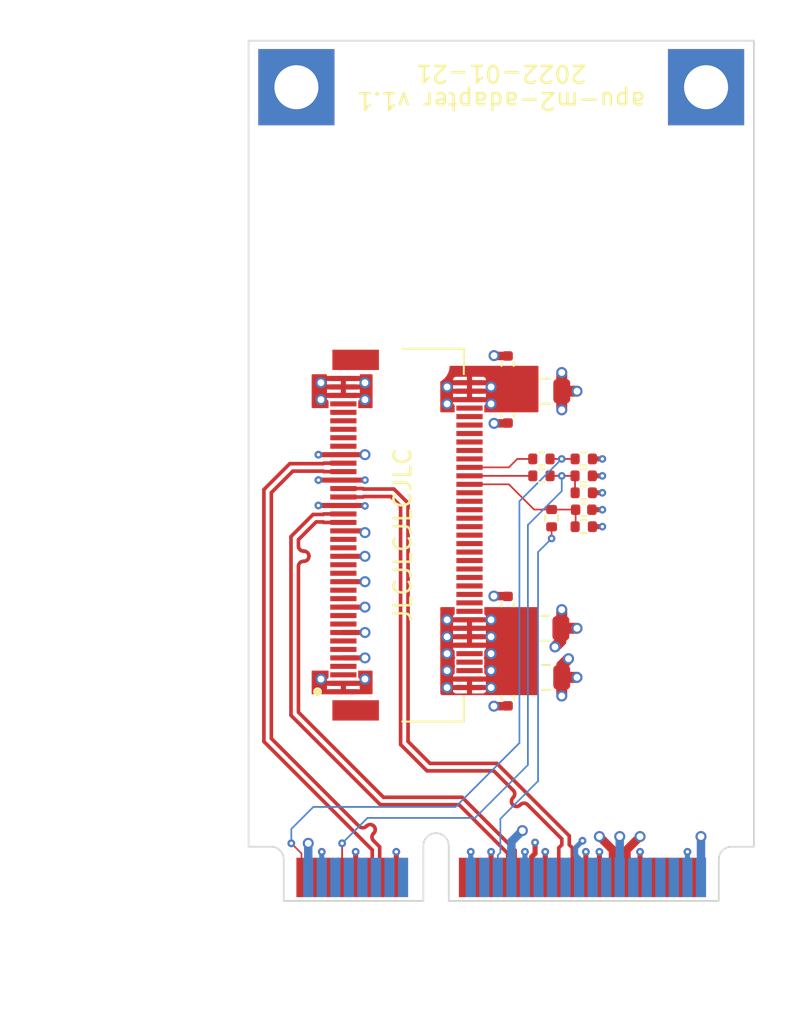
<source format=kicad_pcb>
(kicad_pcb (version 20211014) (generator pcbnew)
  (layers (0 "F.Cu" signal) (1 "In1.Cu" signal) (2 "In2.Cu" signal) (31 "B.Cu" signal) (34 "B.Paste" user) (35 "F.Paste" user) (36 "B.SilkS" user "B.Silkscreen") (37 "F.SilkS" user "F.Silkscreen") (38 "B.Mask" user) (39 "F.Mask" user) (44 "Edge.Cuts" user))
  (net 0 "")
  (net 1 "+3V3")
  (net 3 "GND")
  (net 13 "/PET0+")
  (net 15 "/PET0-")
  (net 18 "/PER0+")
  (net 19 "/PER0-")
  (net 20 "/~{PEWAKE}")
  (net 26 "/REFCLK+")
  (net 28 "/REFCLK-")
  (net 31 "/~{CLKREQ}")
  (net 35 "/~{PERST}")
  (net 71 "Net-(J1-Pad22)")
  (net 72 "Net-(J2-Pad52)")
  (net 73 "Net-(J2-Pad54)")
  (footprint "Resistor_SMD:R_0402_1005Metric" (layer "F.Cu") (at 117.3 78.1 180)
    (fp_text reference "R6" hide)
    (fp_text value "0R")
    (fp_line (start -0.153641 0.38) (end 0.153641 0.38) (layer "F.SilkS") (width 0.12))
    (fp_line (start -0.153641 -0.38) (end 0.153641 -0.38) (layer "F.SilkS") (width 0.12))
    (pad "1" smd roundrect locked (at -0.51 0 180) (size 0.54 0.64) (layers "F.Cu" "F.Paste" "F.Mask") (net 31 "/~{CLKREQ}"))
    (pad "2" smd roundrect locked (at 0.51 0 180) (size 0.54 0.64) (layers "F.Cu" "F.Paste" "F.Mask") (net 72 "Net-(J2-Pad52)"))
  )
  (footprint "Resistor_SMD:R_0402_1005Metric" (layer "F.Cu") (at 119.8 77.1 180)
    (fp_text reference "R3" hide)
    (fp_text value "10k")
    (fp_line (start -0.153641 0.38) (end 0.153641 0.38) (layer "F.SilkS") (width 0.12))
    (fp_line (start -0.153641 -0.38) (end 0.153641 -0.38) (layer "F.SilkS") (width 0.12))
    (pad "1" smd roundrect locked (at -0.51 0 180) (size 0.54 0.64) (layers "F.Cu" "F.Paste" "F.Mask") (net 1 "+3V3"))
    (pad "2" smd roundrect locked (at 0.51 0 180) (size 0.54 0.64) (layers "F.Cu" "F.Paste" "F.Mask") (net 20 "/~{PEWAKE}"))
  )
  (footprint "Resistor_SMD:R_0402_1005Metric" (layer "F.Cu") (at 119.795 78.1 180)
    (fp_text reference "R2" hide)
    (fp_text value "10k")
    (fp_line (start -0.153641 0.38) (end 0.153641 0.38) (layer "F.SilkS") (width 0.12))
    (fp_line (start -0.153641 -0.38) (end 0.153641 -0.38) (layer "F.SilkS") (width 0.12))
    (pad "1" smd roundrect locked (at -0.51 0 180) (size 0.54 0.64) (layers "F.Cu" "F.Paste" "F.Mask") (net 1 "+3V3"))
    (pad "2" smd roundrect locked (at 0.51 0 180) (size 0.54 0.64) (layers "F.Cu" "F.Paste" "F.Mask") (net 31 "/~{CLKREQ}"))
  )
  (footprint "Capacitor_SMD:C_0402_1005Metric" (layer "F.Cu") (at 115.3 91.2 -90)
    (fp_text reference "C7" hide)
    (fp_text value "100n")
    (fp_line (start -0.107836 0.36) (end 0.107836 0.36) (layer "F.SilkS") (width 0.12))
    (fp_line (start -0.107836 -0.36) (end 0.107836 -0.36) (layer "F.SilkS") (width 0.12))
    (pad "1" smd roundrect locked (at -0.48 0 270) (size 0.56 0.62) (layers "F.Cu" "F.Paste" "F.Mask") (net 1 "+3V3"))
    (pad "2" smd roundrect locked (at 0.48 0 270) (size 0.56 0.62) (layers "F.Cu" "F.Paste" "F.Mask") (net 3 "GND"))
  )
  (footprint "local:mPCIe_Edge" (layer "F.Cu") (at 111.075 99.2)
    (fp_text reference "J1" hide)
    (fp_text value "Bus_PCI_Express_Mini")
    (fp_line (start 16.7 4) (end 16.7 1.55) (layer "Edge.Cuts") (width 0.1))
    (fp_line (start -11.075 -46.8) (end 18.775 -46.8) (layer "Edge.Cuts") (width 0.1))
    (fp_line (start 0.75 0.75) (end 0.75 4) (layer "Edge.Cuts") (width 0.1))
    (fp_line (start -11.075 0.8) (end -9.75 0.8) (layer "Edge.Cuts") (width 0.1))
    (fp_line (start -9 4) (end -9 1.55) (layer "Edge.Cuts") (width 0.1))
    (fp_line (start 18.775 0.8) (end 18.775 -46.8) (layer "Edge.Cuts") (width 0.1))
    (fp_line (start 0.75 4) (end 16.7 4) (layer "Edge.Cuts") (width 0.1))
    (fp_line (start -11.075 0.8) (end -11.075 -46.8) (layer "Edge.Cuts") (width 0.1))
    (fp_line (start -0.75 4) (end -9 4) (layer "Edge.Cuts") (width 0.1))
    (fp_line (start 17.45 0.8) (end 18.775 0.8) (layer "Edge.Cuts") (width 0.1))
    (fp_line (start -0.75 0.75) (end -0.75 4) (layer "Edge.Cuts") (width 0.1))
    (fp_arc (start -0.75 0.75) (mid 0 0) (end 0.75 0.75) (layer "Edge.Cuts") (width 0.1))
    (fp_arc (start 16.7 1.55) (mid 16.91967 1.01967) (end 17.45 0.8) (layer "Edge.Cuts") (width 0.1))
    (fp_arc (start -9.75 0.8) (mid -9.21967 1.01967) (end -9 1.55) (layer "Edge.Cuts") (width 0.1))
    (pad "1" smd rect locked (at -7.95 2.615) (size 0.6 2.33) (layers "F.Cu" "F.Paste" "F.Mask") (net 20 "/~{PEWAKE}"))
    (pad "2" smd rect locked (at -7.55 2.615) (size 0.6 2.33) (layers "B.Cu" "B.Paste" "B.Mask") (net 1 "+3V3"))
    (pad "3" smd rect locked (at -7.15 2.615) (size 0.6 2.33) (layers "F.Cu" "F.Paste" "F.Mask"))
    (pad "4" smd rect locked (at -6.75 2.615) (size 0.6 2.33) (layers "B.Cu" "B.Paste" "B.Mask") (net 3 "GND"))
    (pad "5" smd rect locked (at -6.35 2.615) (size 0.6 2.33) (layers "F.Cu" "F.Paste" "F.Mask"))
    (pad "6" smd rect locked (at -5.95 2.615) (size 0.6 2.33) (layers "B.Cu" "B.Paste" "B.Mask"))
    (pad "7" smd rect locked (at -5.55 2.615) (size 0.6 2.33) (layers "F.Cu" "F.Paste" "F.Mask") (net 31 "/~{CLKREQ}"))
    (pad "8" smd rect locked (at -5.15 2.615) (size 0.6 2.33) (layers "B.Cu" "B.Paste" "B.Mask"))
    (pad "9" smd rect locked (at -4.75 2.615) (size 0.6 2.33) (layers "F.Cu" "F.Paste" "F.Mask") (net 3 "GND"))
    (pad "10" smd rect locked (at -4.35 2.615) (size 0.6 2.33) (layers "B.Cu" "B.Paste" "B.Mask"))
    (pad "11" smd rect locked (at -3.95 2.615) (size 0.6 2.33) (layers "F.Cu" "F.Paste" "F.Mask") (net 28 "/REFCLK-"))
    (pad "12" smd rect locked (at -3.55 2.615) (size 0.6 2.33) (layers "B.Cu" "B.Paste" "B.Mask"))
    (pad "13" smd rect locked (at -3.15 2.615) (size 0.6 2.33) (layers "F.Cu" "F.Paste" "F.Mask") (net 26 "/REFCLK+"))
    (pad "14" smd rect locked (at -2.75 2.615) (size 0.6 2.33) (layers "B.Cu" "B.Paste" "B.Mask"))
    (pad "15" smd rect locked (at -2.35 2.615) (size 0.6 2.33) (layers "F.Cu" "F.Paste" "F.Mask") (net 3 "GND"))
    (pad "16" smd rect locked (at -1.95 2.615) (size 0.6 2.33) (layers "B.Cu" "B.Paste" "B.Mask"))
    (pad "17" smd rect locked (at 1.65 2.615) (size 0.6 2.33) (layers "F.Cu" "F.Paste" "F.Mask"))
    (pad "18" smd rect locked (at 2.05 2.615) (size 0.6 2.33) (layers "B.Cu" "B.Paste" "B.Mask") (net 3 "GND"))
    (pad "19" smd rect locked (at 2.45 2.615) (size 0.6 2.33) (layers "F.Cu" "F.Paste" "F.Mask"))
    (pad "20" smd rect locked (at 2.85 2.615) (size 0.6 2.33) (layers "B.Cu" "B.Paste" "B.Mask"))
    (pad "21" smd rect locked (at 3.25 2.615) (size 0.6 2.33) (layers "F.Cu" "F.Paste" "F.Mask") (net 3 "GND"))
    (pad "22" smd rect locked (at 3.65 2.615) (size 0.6 2.33) (layers "B.Cu" "B.Paste" "B.Mask") (net 71 "Net-(J1-Pad22)"))
    (pad "23" smd rect locked (at 4.05 2.615) (size 0.6 2.33) (layers "F.Cu" "F.Paste" "F.Mask") (net 19 "/PER0-"))
    (pad "24" smd rect locked (at 4.45 2.615) (size 0.6 2.33) (layers "B.Cu" "B.Paste" "B.Mask") (net 1 "+3V3"))
    (pad "25" smd rect locked (at 4.85 2.615) (size 0.6 2.33) (layers "F.Cu" "F.Paste" "F.Mask") (net 18 "/PER0+"))
    (pad "26" smd rect locked (at 5.25 2.615) (size 0.6 2.33) (layers "B.Cu" "B.Paste" "B.Mask") (net 3 "GND"))
    (pad "27" smd rect locked (at 5.65 2.615) (size 0.6 2.33) (layers "F.Cu" "F.Paste" "F.Mask") (net 3 "GND"))
    (pad "28" smd rect locked (at 6.05 2.615) (size 0.6 2.33) (layers "B.Cu" "B.Paste" "B.Mask"))
    (pad "29" smd rect locked (at 6.45 2.615) (size 0.6 2.33) (layers "F.Cu" "F.Paste" "F.Mask") (net 3 "GND"))
    (pad "30" smd rect locked (at 6.85 2.615) (size 0.6 2.33) (layers "B.Cu" "B.Paste" "B.Mask"))
    (pad "31" smd rect locked (at 7.25 2.615) (size 0.6 2.33) (layers "F.Cu" "F.Paste" "F.Mask") (net 15 "/PET0-"))
    (pad "32" smd rect locked (at 7.65 2.615) (size 0.6 2.33) (layers "B.Cu" "B.Paste" "B.Mask"))
    (pad "33" smd rect locked (at 8.05 2.615) (size 0.6 2.33) (layers "F.Cu" "F.Paste" "F.Mask") (net 13 "/PET0+"))
    (pad "34" smd rect locked (at 8.45 2.615) (size 0.6 2.33) (layers "B.Cu" "B.Paste" "B.Mask") (net 3 "GND"))
    (pad "35" smd rect locked (at 8.85 2.615) (size 0.6 2.33) (layers "F.Cu" "F.Paste" "F.Mask") (net 3 "GND"))
    (pad "36" smd rect locked (at 9.25 2.615) (size 0.6 2.33) (layers "B.Cu" "B.Paste" "B.Mask"))
    (pad "37" smd rect locked (at 9.65 2.615) (size 0.6 2.33) (layers "F.Cu" "F.Paste" "F.Mask") (net 3 "GND"))
    (pad "38" smd rect locked (at 10.05 2.615) (size 0.6 2.33) (layers "B.Cu" "B.Paste" "B.Mask"))
    (pad "39" smd rect locked (at 10.45 2.615) (size 0.6 2.33) (layers "F.Cu" "F.Paste" "F.Mask") (net 1 "+3V3"))
    (pad "40" smd rect locked (at 10.85 2.615) (size 0.6 2.33) (layers "B.Cu" "B.Paste" "B.Mask") (net 3 "GND"))
    (pad "41" smd rect locked (at 11.25 2.615) (size 0.6 2.33) (layers "F.Cu" "F.Paste" "F.Mask") (net 1 "+3V3"))
    (pad "42" smd rect locked (at 11.65 2.615) (size 0.6 2.33) (layers "B.Cu" "B.Paste" "B.Mask"))
    (pad "43" smd rect locked (at 12.05 2.615) (size 0.6 2.33) (layers "F.Cu" "F.Paste" "F.Mask") (net 3 "GND"))
    (pad "44" smd rect locked (at 12.45 2.615) (size 0.6 2.33) (layers "B.Cu" "B.Paste" "B.Mask"))
    (pad "45" smd rect locked (at 12.85 2.615) (size 0.6 2.33) (layers "F.Cu" "F.Paste" "F.Mask"))
    (pad "46" smd rect locked (at 13.25 2.615) (size 0.6 2.33) (layers "B.Cu" "B.Paste" "B.Mask"))
    (pad "47" smd rect locked (at 13.65 2.615) (size 0.6 2.33) (layers "F.Cu" "F.Paste" "F.Mask"))
    (pad "48" smd rect locked (at 14.05 2.615) (size 0.6 2.33) (layers "B.Cu" "B.Paste" "B.Mask"))
    (pad "49" smd rect locked (at 14.45 2.615) (size 0.6 2.33) (layers "F.Cu" "F.Paste" "F.Mask"))
    (pad "50" smd rect locked (at 14.85 2.615) (size 0.6 2.33) (layers "B.Cu" "B.Paste" "B.Mask") (net 3 "GND"))
    (pad "51" smd rect locked (at 15.25 2.615) (size 0.6 2.33) (layers "F.Cu" "F.Paste" "F.Mask"))
    (pad "52" smd rect locked (at 15.65 2.615) (size 0.6 2.33) (layers "B.Cu" "B.Paste" "B.Mask") (net 1 "+3V3"))
    (pad "MH" thru_hole rect locked (at 15.95 -44.05) (size 4.5 4.5) (drill 2.6) (layers *.Cu *.Mask))
    (pad "MH" thru_hole rect locked (at -8.25 -44.05) (size 4.5 4.5) (drill 2.6) (layers *.Cu *.Mask))
  )
  (footprint "Capacitor_SMD:C_0402_1005Metric" (layer "F.Cu") (at 115.3 85.7 90)
    (fp_text reference "C6" hide)
    (fp_text value "100n")
    (fp_line (start -0.107836 -0.36) (end 0.107836 -0.36) (layer "F.SilkS") (width 0.12))
    (fp_line (start -0.107836 0.36) (end 0.107836 0.36) (layer "F.SilkS") (width 0.12))
    (pad "1" smd roundrect locked (at -0.48 0 90) (size 0.56 0.62) (layers "F.Cu" "F.Paste" "F.Mask") (net 1 "+3V3"))
    (pad "2" smd roundrect locked (at 0.48 0 90) (size 0.56 0.62) (layers "F.Cu" "F.Paste" "F.Mask") (net 3 "GND"))
  )
  (footprint "Resistor_SMD:R_0402_1005Metric" (layer "F.Cu") (at 119.8 79.1 180)
    (fp_text reference "R5" hide)
    (fp_text value "0R")
    (fp_line (start -0.153641 -0.38) (end 0.153641 -0.38) (layer "F.SilkS") (width 0.12))
    (fp_line (start -0.153641 0.38) (end 0.153641 0.38) (layer "F.SilkS") (width 0.12))
    (pad "1" smd roundrect locked (at -0.51 0 180) (size 0.54 0.64) (layers "F.Cu" "F.Paste" "F.Mask") (net 3 "GND"))
    (pad "2" smd roundrect locked (at 0.51 0 180) (size 0.54 0.64) (layers "F.Cu" "F.Paste" "F.Mask") (net 31 "/~{CLKREQ}"))
  )
  (footprint "local:JAE_SM3ZS067UxxM" (layer "F.Cu") (at 109.075 81.6 90)
    (fp_text reference "J2" hide)
    (fp_text value "Bus_M.2_Socket_M")
    (fp_line (start 11.01 0) (end 11.01 3.64) (layer "F.SilkS") (width 0.12))
    (fp_line (start -11.01 0) (end -11.01 3.64) (layer "F.SilkS") (width 0.12))
    (fp_line (start -11.01 3.64) (end -9.51 3.64) (layer "F.SilkS") (width 0.12))
    (fp_line (start 11.01 3.64) (end 9.51 3.64) (layer "F.SilkS") (width 0.12))
    (fp_circle (center -9.25 -5) (end -9.05 -5) (layer "F.SilkS") (width 0.12) (fill solid))
    (pad "" np_thru_hole circle (at 10 1.75 90) (size 1.6 1.6) (drill 1.6) (layers F&B.Cu *.Mask))
    (pad "" np_thru_hole circle (at -10 1.75 90) (size 1.1 1.1) (drill 1.1) (layers F&B.Cu *.Mask))
    (pad "1" smd rect (at -9.25 -3.475 90) (size 0.3 1.55) (layers "F.Cu" "F.Paste" "F.Mask") (net 3 "GND"))
    (pad "2" smd rect (at -9 3.975 90) (size 0.3 1.55) (layers "F.Cu" "F.Paste" "F.Mask") (net 1 "+3V3"))
    (pad "3" smd rect (at -8.75 -3.475 90) (size 0.3 1.55) (layers "F.Cu" "F.Paste" "F.Mask") (net 3 "GND"))
    (pad "4" smd rect (at -8.5 3.975 90) (size 0.3 1.55) (layers "F.Cu" "F.Paste" "F.Mask") (net 1 "+3V3"))
    (pad "5" smd rect (at -8.25 -3.475 90) (size 0.3 1.55) (layers "F.Cu" "F.Paste" "F.Mask"))
    (pad "6" smd rect (at -8 3.975 90) (size 0.3 1.55) (layers "F.Cu" "F.Paste" "F.Mask"))
    (pad "7" smd rect (at -7.75 -3.475 90) (size 0.3 1.55) (layers "F.Cu" "F.Paste" "F.Mask"))
    (pad "8" smd rect (at -7.5 3.975 90) (size 0.3 1.55) (layers "F.Cu" "F.Paste" "F.Mask"))
    (pad "9" smd rect (at -7.25 -3.475 90) (size 0.3 1.55) (layers "F.Cu" "F.Paste" "F.Mask") (net 3 "GND"))
    (pad "10" smd rect (at -7 3.975 90) (size 0.3 1.55) (layers "F.Cu" "F.Paste" "F.Mask"))
    (pad "11" smd rect (at -6.75 -3.475 90) (size 0.3 1.55) (layers "F.Cu" "F.Paste" "F.Mask"))
    (pad "12" smd rect (at -6.5 3.975 90) (size 0.3 1.55) (layers "F.Cu" "F.Paste" "F.Mask") (net 1 "+3V3"))
    (pad "13" smd rect (at -6.25 -3.475 90) (size 0.3 1.55) (layers "F.Cu" "F.Paste" "F.Mask"))
    (pad "14" smd rect (at -6 3.975 90) (size 0.3 1.55) (layers "F.Cu" "F.Paste" "F.Mask") (net 1 "+3V3"))
    (pad "15" smd rect (at -5.75 -3.475 90) (size 0.3 1.55) (layers "F.Cu" "F.Paste" "F.Mask") (net 3 "GND"))
    (pad "16" smd rect (at -5.5 3.975 90) (size 0.3 1.55) (layers "F.Cu" "F.Paste" "F.Mask") (net 1 "+3V3"))
    (pad "17" smd rect (at -5.25 -3.475 90) (size 0.3 1.55) (layers "F.Cu" "F.Paste" "F.Mask"))
    (pad "18" smd rect (at -5 3.975 90) (size 0.3 1.55) (layers "F.Cu" "F.Paste" "F.Mask") (net 1 "+3V3"))
    (pad "19" smd rect (at -4.75 -3.475 90) (size 0.3 1.55) (layers "F.Cu" "F.Paste" "F.Mask"))
    (pad "20" smd rect (at -4.5 3.975 90) (size 0.3 1.55) (layers "F.Cu" "F.Paste" "F.Mask"))
    (pad "21" smd rect (at -4.25 -3.475 90) (size 0.3 1.55) (layers "F.Cu" "F.Paste" "F.Mask") (net 3 "GND"))
    (pad "22" smd rect (at -4 3.975 90) (size 0.3 1.55) (layers "F.Cu" "F.Paste" "F.Mask"))
    (pad "23" smd rect (at -3.75 -3.475 90) (size 0.3 1.55) (layers "F.Cu" "F.Paste" "F.Mask"))
    (pad "24" smd rect (at -3.5 3.975 90) (size 0.3 1.55) (layers "F.Cu" "F.Paste" "F.Mask"))
    (pad "25" smd rect (at -3.25 -3.475 90) (size 0.3 1.55) (layers "F.Cu" "F.Paste" "F.Mask"))
    (pad "26" smd rect (at -3 3.975 90) (size 0.3 1.55) (layers "F.Cu" "F.Paste" "F.Mask"))
    (pad "27" smd rect (at -2.75 -3.475 90) (size 0.3 1.55) (layers "F.Cu" "F.Paste" "F.Mask") (net 3 "GND"))
    (pad "28" smd rect (at -2.5 3.975 90) (size 0.3 1.55) (layers "F.Cu" "F.Paste" "F.Mask"))
    (pad "29" smd rect (at -2.25 -3.475 90) (size 0.3 1.55) (layers "F.Cu" "F.Paste" "F.Mask"))
    (pad "30" smd rect (at -2 3.975 90) (size 0.3 1.55) (layers "F.Cu" "F.Paste" "F.Mask"))
    (pad "31" smd rect (at -1.75 -3.475 90) (size 0.3 1.55) (layers "F.Cu" "F.Paste" "F.Mask"))
    (pad "32" smd rect (at -1.5 3.975 90) (size 0.3 1.55) (layers "F.Cu" "F.Paste" "F.Mask"))
    (pad "33" smd rect (at -1.25 -3.475 90) (size 0.3 1.55) (layers "F.Cu" "F.Paste" "F.Mask") (net 3 "GND"))
    (pad "34" smd rect (at -1 3.975 90) (size 0.3 1.55) (layers "F.Cu" "F.Paste" "F.Mask"))
    (pad "35" smd rect (at -0.75 -3.475 90) (size 0.3 1.55) (layers "F.Cu" "F.Paste" "F.Mask"))
    (pad "36" smd rect (at -0.5 3.975 90) (size 0.3 1.55) (layers "F.Cu" "F.Paste" "F.Mask"))
    (pad "37" smd rect (at -0.25 -3.475 90) (size 0.3 1.55) (layers "F.Cu" "F.Paste" "F.Mask"))
    (pad "38" smd rect (at 0 3.975 90) (size 0.3 1.55) (layers "F.Cu" "F.Paste" "F.Mask"))
    (pad "39" smd rect (at 0.25 -3.475 90) (size 0.3 1.55) (layers "F.Cu" "F.Paste" "F.Mask") (net 3 "GND"))
    (pad "40" smd rect (at 0.5 3.975 90) (size 0.3 1.55) (layers "F.Cu" "F.Paste" "F.Mask"))
    (pad "41" smd rect (at 0.75 -3.475 90) (size 0.3 1.55) (layers "F.Cu" "F.Paste" "F.Mask") (net 18 "/PER0+"))
    (pad "42" smd rect (at 1 3.975 90) (size 0.3 1.55) (layers "F.Cu" "F.Paste" "F.Mask"))
    (pad "43" smd rect (at 1.25 -3.475 90) (size 0.3 1.55) (layers "F.Cu" "F.Paste" "F.Mask") (net 19 "/PER0-"))
    (pad "44" smd rect (at 1.5 3.975 90) (size 0.3 1.55) (layers "F.Cu" "F.Paste" "F.Mask"))
    (pad "45" smd rect (at 1.75 -3.475 90) (size 0.3 1.55) (layers "F.Cu" "F.Paste" "F.Mask") (net 3 "GND"))
    (pad "46" smd rect (at 2 3.975 90) (size 0.3 1.55) (layers "F.Cu" "F.Paste" "F.Mask"))
    (pad "47" smd rect (at 2.25 -3.475 90) (size 0.3 1.55) (layers "F.Cu" "F.Paste" "F.Mask") (net 15 "/PET0-"))
    (pad "48" smd rect (at 2.5 3.975 90) (size 0.3 1.55) (layers "F.Cu" "F.Paste" "F.Mask"))
    (pad "49" smd rect (at 2.75 -3.475 90) (size 0.3 1.55) (layers "F.Cu" "F.Paste" "F.Mask") (net 13 "/PET0+"))
    (pad "50" smd rect (at 3 3.975 90) (size 0.3 1.55) (layers "F.Cu" "F.Paste" "F.Mask") (net 35 "/~{PERST}"))
    (pad "51" smd rect (at 3.25 -3.475 90) (size 0.3 1.55) (layers "F.Cu" "F.Paste" "F.Mask") (net 3 "GND"))
    (pad "52" smd rect (at 3.5 3.975 90) (size 0.3 1.55) (layers "F.Cu" "F.Paste" "F.Mask") (net 72 "Net-(J2-Pad52)"))
    (pad "53" smd rect (at 3.75 -3.475 90) (size 0.3 1.55) (layers "F.Cu" "F.Paste" "F.Mask") (net 26 "/REFCLK+"))
    (pad "54" smd rect (at 4 3.975 90) (size 0.3 1.55) (layers "F.Cu" "F.Paste" "F.Mask") (net 73 "Net-(J2-Pad54)"))
    (pad "55" smd rect (at 4.25 -3.475 90) (size 0.3 1.55) (layers "F.Cu" "F.Paste" "F.Mask") (net 28 "/REFCLK-"))
    (pad "56" smd rect (at 4.5 3.975 90) (size 0.3 1.55) (layers "F.Cu" "F.Paste" "F.Mask"))
    (pad "57" smd rect (at 4.75 -3.475 90) (size 0.3 1.55) (layers "F.Cu" "F.Paste" "F.Mask") (net 3 "GND"))
    (pad "58" smd rect (at 5 3.975 90) (size 0.3 1.55) (layers "F.Cu" "F.Paste" "F.Mask"))
    (pad "59" smd rect (at 5.25 -3.475 90) (size 0.3 1.55) (layers "F.Cu" "F.Paste" "F.Mask"))
    (pad "60" smd rect (at 5.5 3.975 90) (size 0.3 1.55) (layers "F.Cu" "F.Paste" "F.Mask"))
    (pad "61" smd rect (at 5.75 -3.475 90) (size 0.3 1.55) (layers "F.Cu" "F.Paste" "F.Mask"))
    (pad "62" smd rect (at 6 3.975 90) (size 0.3 1.55) (layers "F.Cu" "F.Paste" "F.Mask"))
    (pad "63" smd rect (at 6.25 -3.475 90) (size 0.3 1.55) (layers "F.Cu" "F.Paste" "F.Mask"))
    (pad "64" smd rect (at 6.5 3.975 90) (size 0.3 1.55) (layers "F.Cu" "F.Paste" "F.Mask"))
    (pad "65" smd rect (at 6.75 -3.475 90) (size 0.3 1.55) (layers "F.Cu" "F.Paste" "F.Mask"))
    (pad "66" smd rect (at 7 3.975 90) (size 0.3 1.55) (layers "F.Cu" "F.Paste" "F.Mask"))
    (pad "67" smd rect (at 7.25 -3.475 90) (size 0.3 1.55) (layers "F.Cu" "F.Paste" "F.Mask"))
    (pad "68" smd rect (at 7.5 3.975 90) (size 0.3 1.55) (layers "F.Cu" "F.Paste" "F.Mask"))
    (pad "69" smd rect (at 7.75 -3.475 90) (size 0.3 1.55) (layers "F.Cu" "F.Paste" "F.Mask"))
    (pad "70" smd rect (at 8 3.975 90) (size 0.3 1.55) (layers "F.Cu" "F.Paste" "F.Mask") (net 1 "+3V3"))
    (pad "71" smd rect (at 8.25 -3.475 90) (size 0.3 1.55) (layers "F.Cu" "F.Paste" "F.Mask") (net 3 "GND"))
    (pad "72" smd rect (at 8.5 3.975 90) (size 0.3 1.55) (layers "F.Cu" "F.Paste" "F.Mask") (net 1 "+3V3"))
    (pad "73" smd rect (at 8.75 -3.475 90) (size 0.3 1.55) (layers "F.Cu" "F.Paste" "F.Mask") (net 3 "GND"))
    (pad "74" smd rect (at 9 3.975 90) (size 0.3 1.55) (layers "F.Cu" "F.Paste" "F.Mask") (net 1 "+3V3"))
    (pad "75" smd rect (at 9.25 -3.475 90) (size 0.3 1.55) (layers "F.Cu" "F.Paste" "F.Mask") (net 3 "GND"))
    (pad "MP" smd rect (at -10.35 -2.75 90) (size 1.2 2.75) (layers "F.Cu" "F.Paste" "F.Mask"))
    (pad "MP" smd rect (at 10.35 -2.75 90) (size 1.2 2.75) (layers "F.Cu" "F.Paste" "F.Mask"))
  )
  (footprint "Capacitor_SMD:C_0402_1005Metric" (layer "F.Cu") (at 115.3 71.5 90)
    (fp_text reference "C5" hide)
    (fp_text value "100n")
    (fp_line (start -0.107836 0.36) (end 0.107836 0.36) (layer "F.SilkS") (width 0.12))
    (fp_line (start -0.107836 -0.36) (end 0.107836 -0.36) (layer "F.SilkS") (width 0.12))
    (pad "1" smd roundrect locked (at -0.48 0 90) (size 0.56 0.62) (layers "F.Cu" "F.Paste" "F.Mask") (net 1 "+3V3"))
    (pad "2" smd roundrect locked (at 0.48 0 90) (size 0.56 0.62) (layers "F.Cu" "F.Paste" "F.Mask") (net 3 "GND"))
  )
  (footprint "Capacitor_SMD:C_0805_2012Metric" (layer "F.Cu") (at 117.5 87.1)
    (fp_text reference "C4" hide)
    (fp_text value "10u")
    (fp_line (start -0.261252 -0.735) (end 0.261252 -0.735) (layer "F.SilkS") (width 0.12))
    (fp_line (start -0.261252 0.735) (end 0.261252 0.735) (layer "F.SilkS") (width 0.12))
    (pad "1" smd roundrect locked (at -0.95 0) (size 1 1.45) (layers "F.Cu" "F.Paste" "F.Mask") (net 1 "+3V3"))
    (pad "2" smd roundrect locked (at 0.95 0) (size 1 1.45) (layers "F.Cu" "F.Paste" "F.Mask") (net 3 "GND"))
  )
  (footprint "Resistor_SMD:R_0402_1005Metric" (layer "F.Cu") (at 117.9 80.6 -90)
    (fp_text reference "R4" hide)
    (fp_text value "0R")
    (fp_line (start -0.153641 0.38) (end 0.153641 0.38) (layer "F.SilkS") (width 0.12))
    (fp_line (start -0.153641 -0.38) (end 0.153641 -0.38) (layer "F.SilkS") (width 0.12))
    (pad "1" smd roundrect locked (at -0.51 0 270) (size 0.54 0.64) (layers "F.Cu" "F.Paste" "F.Mask") (net 35 "/~{PERST}"))
    (pad "2" smd roundrect locked (at 0.51 0 270) (size 0.54 0.64) (layers "F.Cu" "F.Paste" "F.Mask") (net 71 "Net-(J1-Pad22)"))
  )
  (footprint "Capacitor_SMD:C_0402_1005Metric" (layer "F.Cu") (at 119.8 80.1)
    (fp_text reference "C1" hide)
    (fp_text value "C_Small")
    (fp_line (start -0.107836 0.36) (end 0.107836 0.36) (layer "F.SilkS") (width 0.12))
    (fp_line (start -0.107836 -0.36) (end 0.107836 -0.36) (layer "F.SilkS") (width 0.12))
    (pad "1" smd roundrect locked (at -0.48 0) (size 0.56 0.62) (layers "F.Cu" "F.Paste" "F.Mask") (net 35 "/~{PERST}"))
    (pad "2" smd roundrect locked (at 0.48 0) (size 0.56 0.62) (layers "F.Cu" "F.Paste" "F.Mask") (net 3 "GND"))
  )
  (footprint "Resistor_SMD:R_0402_1005Metric" (layer "F.Cu") (at 117.3 77.1 180)
    (fp_text reference "R7" hide)
    (fp_text value "0R")
    (fp_line (start -0.153641 -0.38) (end 0.153641 -0.38) (layer "F.SilkS") (width 0.12))
    (fp_line (start -0.153641 0.38) (end 0.153641 0.38) (layer "F.SilkS") (width 0.12))
    (pad "1" smd roundrect locked (at -0.51 0 180) (size 0.54 0.64) (layers "F.Cu" "F.Paste" "F.Mask") (net 20 "/~{PEWAKE}"))
    (pad "2" smd roundrect locked (at 0.51 0 180) (size 0.54 0.64) (layers "F.Cu" "F.Paste" "F.Mask") (net 73 "Net-(J2-Pad54)"))
  )
  (footprint "Capacitor_SMD:C_0402_1005Metric" (layer "F.Cu") (at 115.3 74.5 -90)
    (fp_text reference "C8" hide)
    (fp_text value "100n")
    (fp_line (start -0.107836 0.36) (end 0.107836 0.36) (layer "F.SilkS") (width 0.12))
    (fp_line (start -0.107836 -0.36) (end 0.107836 -0.36) (layer "F.SilkS") (width 0.12))
    (pad "1" smd roundrect locked (at -0.48 0 270) (size 0.56 0.62) (layers "F.Cu" "F.Paste" "F.Mask") (net 1 "+3V3"))
    (pad "2" smd roundrect locked (at 0.48 0 270) (size 0.56 0.62) (layers "F.Cu" "F.Paste" "F.Mask") (net 3 "GND"))
  )
  (footprint "Resistor_SMD:R_0402_1005Metric" (layer "F.Cu") (at 119.8 81.1 180)
    (fp_text reference "R1" hide)
    (fp_text value "10k")
    (fp_line (start -0.153641 -0.38) (end 0.153641 -0.38) (layer "F.SilkS") (width 0.12))
    (fp_line (start -0.153641 0.38) (end 0.153641 0.38) (layer "F.SilkS") (width 0.12))
    (pad "1" smd roundrect locked (at -0.51 0 180) (size 0.54 0.64) (layers "F.Cu" "F.Paste" "F.Mask") (net 1 "+3V3"))
    (pad "2" smd roundrect locked (at 0.51 0 180) (size 0.54 0.64) (layers "F.Cu" "F.Paste" "F.Mask") (net 35 "/~{PERST}"))
  )
  (footprint "Capacitor_SMD:C_0805_2012Metric" (layer "F.Cu") (at 117.55 90)
    (fp_text reference "C2" hide)
    (fp_text value "10u")
    (fp_line (start -0.261252 -0.735) (end 0.261252 -0.735) (layer "F.SilkS") (width 0.12))
    (fp_line (start -0.261252 0.735) (end 0.261252 0.735) (layer "F.SilkS") (width 0.12))
    (pad "1" smd roundrect locked (at -0.95 0) (size 1 1.45) (layers "F.Cu" "F.Paste" "F.Mask") (net 1 "+3V3"))
    (pad "2" smd roundrect locked (at 0.95 0) (size 1 1.45) (layers "F.Cu" "F.Paste" "F.Mask") (net 3 "GND"))
  )
  (footprint "Capacitor_SMD:C_0805_2012Metric" (layer "F.Cu") (at 117.55 73.1)
    (fp_text reference "C3" hide)
    (fp_text value "10u")
    (fp_line (start -0.261252 -0.735) (end 0.261252 -0.735) (layer "F.SilkS") (width 0.12))
    (fp_line (start -0.261252 0.735) (end 0.261252 0.735) (layer "F.SilkS") (width 0.12))
    (pad "1" smd roundrect locked (at -0.95 0) (size 1 1.45) (layers "F.Cu" "F.Paste" "F.Mask") (net 1 "+3V3"))
    (pad "2" smd roundrect locked (at 0.95 0) (size 1 1.45) (layers "F.Cu" "F.Paste" "F.Mask") (net 3 "GND"))
  )
  (gr_text "JLCJLCJLCJLC" (at 109.1 81.6 90) (layer "F.SilkS") (effects (font (size 1 1))))
  (gr_text "apu-m2-adapter v1.1\n2022-01-21" (at 114.925 55.15 180) (layer "F.SilkS") (effects (font (size 1 1))))
  (segment (start 121.525 100.2) (end 120.725 99.4) (width 0.5) (layer "F.Cu") (net 1))
  (segment (start 122.325 100.2) (end 123.125 99.4) (width 0.5) (layer "F.Cu") (net 1))
  (segment (start 120.31 81.1) (end 120.9 81.1) (width 0.3) (layer "F.Cu") (net 1))
  (segment (start 120.305 78.1) (end 120.9 78.1) (width 0.3) (layer "F.Cu") (net 1))
  (segment (start 122.325 101.815) (end 122.325 100.2) (width 0.5) (layer "F.Cu") (net 1))
  (segment (start 121.525 101.815) (end 121.525 100.2) (width 0.5) (layer "F.Cu") (net 1))
  (segment (start 120.31 77.1) (end 120.9 77.1) (width 0.3) (layer "F.Cu") (net 1))
  (via (at 103.525 99.8) (size 0.65) (drill 0.4) (layers "F.Cu" "B.Cu") (net 1))
  (via (at 120.9 78.1) (size 0.45) (drill 0.2) (layers "F.Cu" "B.Cu") (net 1))
  (via (at 114.325 87.6) (size 0.65) (drill 0.4) (layers "F.Cu" "B.Cu") (net 1))
  (via (at 111.725 88.6) (size 0.65) (drill 0.4) (layers "F.Cu" "B.Cu") (net 1))
  (via (at 114.325 90.6) (size 0.65) (drill 0.4) (layers "F.Cu" "B.Cu") (net 1))
  (via (at 114.325 89.6) (size 0.65) (drill 0.4) (layers "F.Cu" "B.Cu") (net 1))
  (via (at 111.725 90.6) (size 0.65) (drill 0.4) (layers "F.Cu" "B.Cu") (net 1))
  (via (at 123.125 99.4) (size 0.65) (drill 0.4) (layers "F.Cu" "B.Cu") (net 1))
  (via (at 111.725 89.6) (size 0.65) (drill 0.4) (layers "F.Cu" "B.Cu") (net 1))
  (via (at 114.325 73.85) (size 0.65) (drill 0.4) (layers "F.Cu" "B.Cu") (net 1))
  (via (at 120.9 81.1) (size 0.45) (drill 0.2) (layers "F.Cu" "B.Cu") (net 1))
  (via (at 116.175 99.05) (size 0.65) (drill 0.4) (layers "F.Cu" "B.Cu") (net 1))
  (via (at 120.725 99.4) (size 0.65) (drill 0.4) (layers "F.Cu" "B.Cu") (net 1))
  (via (at 114.325 72.85) (size 0.65) (drill 0.4) (layers "F.Cu" "B.Cu") (net 1))
  (via (at 126.725 99.4) (size 0.65) (drill 0.4) (layers "F.Cu" "B.Cu") (net 1))
  (via (at 111.725 72.85) (size 0.65) (drill 0.4) (layers "F.Cu" "B.Cu") (net 1))
  (via (at 111.725 87.6) (size 0.65) (drill 0.4) (layers "F.Cu" "B.Cu") (net 1))
  (via (at 111.725 86.6) (size 0.65) (drill 0.4) (layers "F.Cu" "B.Cu") (net 1))
  (via (at 111.725 73.85) (size 0.65) (drill 0.4) (layers "F.Cu" "B.Cu") (net 1))
  (via (at 114.325 88.6) (size 0.65) (drill 0.4) (layers "F.Cu" "B.Cu") (net 1))
  (via (at 114.325 86.6) (size 0.65) (drill 0.4) (layers "F.Cu" "B.Cu") (net 1))
  (via (at 120.9 77.1) (size 0.45) (drill 0.2) (layers "F.Cu" "B.Cu") (net 1))
  (segment (start 103.525 101.815) (end 103.525 99.8) (width 0.5) (layer "B.Cu") (net 1))
  (segment (start 116.175 99.05) (end 115.525 99.7) (width 0.5) (layer "B.Cu") (net 1))
  (segment (start 115.525 99.7) (end 115.525 101.815) (width 0.5) (layer "B.Cu") (net 1))
  (segment (start 126.725 101.815) (end 126.725 99.4) (width 0.5) (layer "B.Cu") (net 1))
  (segment (start 118.45 87.1) (end 119.4 87.1) (width 0.65) (layer "F.Cu") (net 3))
  (segment (start 114.491297 91.7) (end 115.28 91.7) (width 0.5) (layer "F.Cu") (net 3))
  (segment (start 114.491297 85.2) (end 115.28 85.2) (width 0.5) (layer "F.Cu") (net 3))
  (segment (start 105.6 88.85) (end 106.875 88.85) (width 0.3) (layer "F.Cu") (net 3))
  (segment (start 115.3 71.02) (end 114.52 71.02) (width 0.5) (layer "F.Cu") (net 3))
  (segment (start 115.28 85.2) (end 115.3 85.22) (width 0.5) (layer "F.Cu") (net 3))
  (segment (start 114.5 75) (end 115.28 75) (width 0.5) (layer "F.Cu") (net 3))
  (segment (start 119.925 100.3) (end 119.925 101.815) (width 0.3) (layer "F.Cu") (net 3))
  (segment (start 120.31 79.1) (end 120.9 79.1) (width 0.3) (layer "F.Cu") (net 3))
  (segment (start 105.6 84.35) (end 106.875 84.35) (width 0.3) (layer "F.Cu") (net 3))
  (segment (start 106.85 79.85) (end 105.6 79.85) (width 0.3) (layer "F.Cu") (net 3))
  (segment (start 105.6 82.85) (end 106.875 82.85) (width 0.3) (layer "F.Cu") (net 3))
  (segment (start 105.6 78.35) (end 104.125 78.35) (width 0.3) (layer "F.Cu") (net 3))
  (segment (start 120.725 100.3) (end 120.725 101.815) (width 0.3) (layer "F.Cu") (net 3))
  (segment (start 118.5 72) (end 118.5 73.1) (width 0.65) (layer "F.Cu") (net 3))
  (segment (start 116.725 101.815) (end 116.725 100.6) (width 0.3) (layer "F.Cu") (net 3))
  (segment (start 116.925 100.4) (end 116.925 99.75) (width 0.3) (layer "F.Cu") (net 3))
  (segment (start 115.28 75) (end 115.3 74.98) (width 0.5) (layer "F.Cu") (net 3))
  (segment (start 119.4 90) (end 118.5 90) (width 0.65) (layer "F.Cu") (net 3))
  (segment (start 118.45 87.1) (end 118.45 87.85) (width 0.65) (layer "F.Cu") (net 3))
  (segment (start 106.775 81.35) (end 106.875 81.45) (width 0.3) (layer "F.Cu") (net 3))
  (segment (start 118.5 73.1) (end 118.5 74.2) (width 0.65) (layer "F.Cu") (net 3))
  (segment (start 119.4 73.1) (end 118.5 73.1) (width 0.65) (layer "F.Cu") (net 3))
  (segment (start 116.725 100.6) (end 116.925 100.4) (width 0.3) (layer "F.Cu") (net 3))
  (segment (start 118.5 90) (end 118.5 89.3) (width 0.65) (layer "F.Cu") (net 3))
  (segment (start 118.5 87.05) (end 118.45 87.1) (width 0.65) (layer "F.Cu") (net 3))
  (segment (start 105.6 81.35) (end 106.775 81.35) (width 0.3) (layer "F.Cu") (net 3))
  (segment (start 105.6 78.35) (end 106.875 78.35) (width 0.3) (layer "F.Cu") (net 3))
  (segment (start 105.6 76.85) (end 104.125 76.85) (width 0.3) (layer "F.Cu") (net 3))
  (segment (start 118.5 86) (end 118.5 87.05) (width 0.65) (layer "F.Cu") (net 3))
  (segment (start 105.6 79.85) (end 104.125 79.85) (width 0.3) (layer "F.Cu") (net 3))
  (segment (start 106.875 79.875) (end 106.85 79.85) (width 0.3) (layer "F.Cu") (net 3))
  (segment (start 106.325 100.3) (end 106.325 101.815) (width 0.3) (layer "F.Cu") (net 3))
  (segment (start 114.325 100.3) (end 114.325 101.815) (width 0.3) (layer "F.Cu") (net 3))
  (segment (start 115.28 91.7) (end 115.3 91.68) (width 0.5) (layer "F.Cu") (net 3))
  (segment (start 108.725 100.3) (end 108.725 101.815) (width 0.3) (layer "F.Cu") (net 3))
  (segment (start 105.6 87.35) (end 106.875 87.35) (width 0.3) (layer "F.Cu") (net 3))
  (segment (start 117.525 100.3) (end 117.525 101.815) (width 0.3) (layer "F.Cu") (net 3))
  (segment (start 114.52 71.02) (end 114.5 71) (width 0.5) (layer "F.Cu") (net 3))
  (segment (start 123.125 100.3) (end 123.125 101.815) (width 0.3) (layer "F.Cu") (net 3))
  (segment (start 105.6 76.85) (end 106.875 76.85) (width 0.3) (layer "F.Cu") (net 3))
  (segment (start 120.28 80.1) (end 120.9 80.1) (width 0.3) (layer "F.Cu") (net 3))
  (segment (start 105.6 85.85) (end 106.875 85.85) (width 0.3) (layer "F.Cu") (net 3))
  (segment (start 118.5 89.3) (end 118.9 88.9) (width 0.65) (layer "F.Cu") (net 3))
  (segment (start 118.45 87.85) (end 118.1 88.2) (width 0.65) (layer "F.Cu") (net 3))
  (segment (start 118.5 91.1) (end 118.5 90) (width 0.65) (layer "F.Cu") (net 3))
  (via (at 106.875 90.1) (size 0.65) (drill 0.4) (layers "F.Cu" "B.Cu") (net 3))
  (via (at 119.4 73.1) (size 0.65) (drill 0.4) (layers "F.Cu" "B.Cu") (net 3))
  (via (at 123.125 100.3) (size 0.46) (drill 0.2) (layers "F.Cu" "B.Cu") (net 3))
  (via (at 121.925 99.4) (size 0.65) (drill 0.4) (layers "F.Cu" "B.Cu") (net 3))
  (via (at 106.325 100.3) (size 0.46) (drill 0.2) (layers "F.Cu" "B.Cu") (net 3))
  (via (at 118.5 74.2) (size 0.65) (drill 0.4) (layers "F.Cu" "B.Cu") (net 3))
  (via (at 104.125 78.35) (size 0.46) (drill 0.2) (layers "F.Cu" "B.Cu") (net 3))
  (via (at 119.4 90) (size 0.65) (drill 0.4) (layers "F.Cu" "B.Cu") (net 3))
  (via (at 113.125 100.3) (size 0.46) (drill 0.2) (layers "F.Cu" "B.Cu") (net 3))
  (via (at 116.325 100.3) (size 0.46) (drill 0.2) (layers "F.Cu" "B.Cu") (net 3))
  (via (at 119.925 100.3) (size 0.46) (drill 0.2) (layers "F.Cu" "B.Cu") (net 3))
  (via (at 118.5 91.1) (size 0.65) (drill 0.4) (layers "F.Cu" "B.Cu") (net 3))
  (via (at 116.925 99.75) (size 0.46) (drill 0.2) (layers "F.Cu" "B.Cu") (net 3))
  (via (at 104.125 79.85) (size 0.46) (drill 0.2) (layers "F.Cu" "B.Cu") (net 3))
  (via (at 104.275 90.1) (size 0.65) (drill 0.4) (layers "F.Cu" "B.Cu") (net 3))
  (via (at 106.875 85.85) (size 0.65) (drill 0.4) (layers "F.Cu" "B.Cu") (net 3))
  (via (at 120.9 80.1) (size 0.45) (drill 0.2) (layers "F.Cu" "B.Cu") (net 3))
  (via (at 118.5 72) (size 0.65) (drill 0.4) (layers "F.Cu" "B.Cu") (net 3))
  (via (at 119.4 87.1) (size 0.65) (drill 0.4) (layers "F.Cu" "B.Cu") (net 3))
  (via (at 106.875 81.45) (size 0.65) (drill 0.4) (layers "F.Cu" "B.Cu") (net 3))
  (via (at 125.925 100.3) (size 0.46) (drill 0.2) (layers "F.Cu" "B.Cu") (net 3))
  (via (at 118.9 88.9) (size 0.65) (drill 0.4) (layers "F.Cu" "B.Cu") (net 3))
  (via (at 120.9 79.1) (size 0.45) (drill 0.2) (layers "F.Cu" "B.Cu") (net 3))
  (via (at 106.875 78.35) (size 0.45) (drill 0.2) (layers "F.Cu" "B.Cu") (net 3))
  (via (at 104.275 72.6) (size 0.65) (drill 0.4) (layers "F.Cu" "B.Cu") (net 3))
  (via (at 119.725 99.65) (size 0.46) (drill 0.2) (layers "F.Cu" "B.Cu") (net 3))
  (via (at 118.1 88.2) (size 0.65) (drill 0.4) (layers "F.Cu" "B.Cu") (net 3))
  (via (at 106.875 84.35) (size 0.65) (drill 0.4) (layers "F.Cu" "B.Cu") (net 3))
  (via (at 106.875 72.6) (size 0.65) (drill 0.4) (layers "F.Cu" "B.Cu") (net 3))
  (via (at 104.275 73.6) (size 0.65) (drill 0.4) (layers "F.Cu" "B.Cu") (net 3))
  (via (at 104.325 100.3) (size 0.46) (drill 0.2) (layers "F.Cu" "B.Cu") (net 3))
  (via (at 118.5 86) (size 0.65) (drill 0.4) (layers "F.Cu" "B.Cu") (net 3))
  (via (at 106.875 87.35) (size 0.65) (drill 0.4) (layers "F.Cu" "B.Cu") (net 3))
  (via (at 117.525 100.3) (size 0.46) (drill 0.2) (layers "F.Cu" "B.Cu") (net 3))
  (via (at 104.125 76.85) (size 0.46) (drill 0.2) (layers "F.Cu" "B.Cu") (net 3))
  (via (at 108.725 100.3) (size 0.46) (drill 0.2) (layers "F.Cu" "B.Cu") (net 3))
  (via (at 114.325 100.3) (size 0.46) (drill 0.2) (layers "F.Cu" "B.Cu") (net 3))
  (via (at 106.875 79.875) (size 0.45) (drill 0.2) (layers "F.Cu" "B.Cu") (net 3))
  (via (at 106.875 82.85) (size 0.65) (drill 0.4) (layers "F.Cu" "B.Cu") (net 3))
  (via (at 106.875 73.6) (size 0.65) (drill 0.4) (layers "F.Cu" "B.Cu") (net 3))
  (via (at 106.875 76.85) (size 0.65) (drill 0.4) (layers "F.Cu" "B.Cu") (net 3))
  (via (at 114.5 71) (size 0.65) (drill 0.4) (layers "F.Cu" "B.Cu") (net 3))
  (via (at 114.491297 85.2) (size 0.65) (drill 0.4) (layers "F.Cu" "B.Cu") (net 3))
  (via (at 120.725 100.3) (size 0.46) (drill 0.2) (layers "F.Cu" "B.Cu") (net 3))
  (via (at 114.5 75) (size 0.65) (drill 0.4) (layers "F.Cu" "B.Cu") (net 3))
  (via (at 114.491297 91.7) (size 0.65) (drill 0.4) (layers "F.Cu" "B.Cu") (net 3))
  (via (at 106.875 88.85) (size 0.65) (drill 0.4) (layers "F.Cu" "B.Cu") (net 3))
  (segment (start 104.325 101.815) (end 104.325 100.3) (width 0.3) (layer "B.Cu") (net 3))
  (segment (start 119.325 100.5) (end 119.325 100.05) (width 0.3) (layer "B.Cu") (net 3))
  (segment (start 116.325 101.815) (end 116.325 100.3) (width 0.3) (layer "B.Cu") (net 3))
  (segment (start 119.525 100.7) (end 119.325 100.5) (width 0.3) (layer "B.Cu") (net 3))
  (segment (start 125.925 100.3) (end 125.925 101.815) (width 0.3) (layer "B.Cu") (net 3))
  (segment (start 119.525 101.815) (end 119.525 100.7) (width 0.3) (layer "B.Cu") (net 3))
  (segment (start 121.925 101.815) (end 121.925 99.4) (width 0.5) (layer "B.Cu") (net 3))
  (segment (start 113.125 101.815) (end 113.125 100.3) (width 0.3) (layer "B.Cu") (net 3))
  (segment (start 119.325 100.05) (end 119.725 99.65) (width 0.3) (layer "B.Cu") (net 3))
  (segment (start 108.591128 78.88) (end 106.792501 78.88) (width 0.214) (layer "F.Cu") (net 13))
  (segment (start 110.716128 95.08) (end 109.42 93.783872) (width 0.214) (layer "F.Cu") (net 13))
  (segment (start 106.762501 78.85) (end 105.6 78.85) (width 0.214) (layer "F.Cu") (net 13))
  (segment (start 114.666128 95.08) (end 110.716128 95.08) (width 0.214) (layer "F.Cu") (net 13))
  (segment (start 109.42 79.708872) (end 108.591128 78.88) (width 0.214) (layer "F.Cu") (net 13))
  (segment (start 118.945 99.887499) (end 118.945 99.358872) (width 0.214) (layer "F.Cu") (net 13))
  (segment (start 106.792501 78.88) (end 106.762501 78.85) (width 0.214) (layer "F.Cu") (net 13))
  (segment (start 119.125 101.815) (end 119.125 100.067499) (width 0.214) (layer "F.Cu") (net 13))
  (segment (start 109.42 93.783872) (end 109.42 79.708872) (width 0.214) (layer "F.Cu") (net 13))
  (segment (start 119.125 100.067499) (end 118.945 99.887499) (width 0.214) (layer "F.Cu") (net 13))
  (segment (start 118.945 99.358872) (end 114.666128 95.08) (width 0.214) (layer "F.Cu") (net 13))
  (segment (start 116.05767 97.518063) (end 116.042092 97.533642) (width 0.214) (layer "F.Cu") (net 15))
  (segment (start 108.98 93.966128) (end 108.98 79.891128) (width 0.214) (layer "F.Cu") (net 15))
  (segment (start 114.483872 95.52) (end 110.533872 95.52) (width 0.214) (layer "F.Cu") (net 15))
  (segment (start 106.762501 79.35) (end 105.6 79.35) (width 0.214) (layer "F.Cu") (net 15))
  (segment (start 118.505 99.541128) (end 116.481936 97.518064) (width 0.214) (layer "F.Cu") (net 15))
  (segment (start 118.325 100.067499) (end 118.505 99.887499) (width 0.214) (layer "F.Cu") (net 15))
  (segment (start 110.533872 95.52) (end 108.98 93.966128) (width 0.214) (layer "F.Cu") (net 15))
  (segment (start 115.633406 96.669534) (end 115.633407 96.669535) (width 0.214) (layer "F.Cu") (net 15))
  (segment (start 108.408872 79.32) (end 106.792501 79.32) (width 0.214) (layer "F.Cu") (net 15))
  (segment (start 106.792501 79.32) (end 106.762501 79.35) (width 0.214) (layer "F.Cu") (net 15))
  (segment (start 118.325 101.815) (end 118.325 100.067499) (width 0.214) (layer "F.Cu") (net 15))
  (segment (start 108.98 79.891128) (end 108.408872 79.32) (width 0.214) (layer "F.Cu") (net 15))
  (segment (start 115.617827 97.109377) (end 115.617827 97.109376) (width 0.214) (layer "F.Cu") (net 15))
  (segment (start 115.617827 97.109376) (end 115.633406 97.093798) (width 0.214) (layer "F.Cu") (net 15))
  (segment (start 116.057671 97.518063) (end 116.05767 97.518063) (width 0.214) (layer "F.Cu") (net 15))
  (segment (start 118.505 99.887499) (end 118.505 99.541128) (width 0.214) (layer "F.Cu") (net 15))
  (segment (start 115.633407 96.669535) (end 114.483872 95.52) (width 0.214) (layer "F.Cu") (net 15))
  (arc (start 115.617828 97.533642) (mid 115.529958 97.321509) (end 115.617827 97.109377) (width 0.214) (layer "F.Cu") (net 15))
  (arc (start 116.481936 97.518064) (mid 116.269803 97.430194) (end 116.057671 97.518063) (width 0.214) (layer "F.Cu") (net 15))
  (arc (start 115.633406 97.093798) (mid 115.721274 96.881666) (end 115.633406 96.669534) (width 0.214) (layer "F.Cu") (net 15))
  (arc (start 116.042092 97.533642) (mid 115.82996 97.62151) (end 115.617828 97.533642) (width 0.214) (layer "F.Cu") (net 15))
  (segment (start 102.945 83.495) (end 102.945 92.058872) (width 0.214) (layer "F.Cu") (net 18))
  (segment (start 102.945 83.445) (end 102.945 83.495) (width 0.214) (layer "F.Cu") (net 18))
  (segment (start 104.437499 80.85) (end 104.407499 80.82) (width 0.214) (layer "F.Cu") (net 18))
  (segment (start 115.745 100.77) (end 115.925 100.95) (width 0.214) (layer "F.Cu") (net 18))
  (segment (start 104.407499 80.82) (end 103.991128 80.82) (width 0.214) (layer "F.Cu") (net 18))
  (segment (start 103.267033 83.145) (end 103.245 83.145) (width 0.214) (layer "F.Cu") (net 18))
  (segment (start 102.945 81.866128) (end 102.945 82.245) (width 0.214) (layer "F.Cu") (net 18))
  (segment (start 115.745 100.208872) (end 115.745 100.77) (width 0.214) (layer "F.Cu") (net 18))
  (segment (start 103.245 82.545) (end 103.267033 82.545) (width 0.214) (layer "F.Cu") (net 18))
  (segment (start 112.616128 97.08) (end 115.745 100.208872) (width 0.214) (layer "F.Cu") (net 18))
  (segment (start 102.945 92.058872) (end 107.966128 97.08) (width 0.214) (layer "F.Cu") (net 18))
  (segment (start 103.991128 80.82) (end 102.945 81.866128) (width 0.214) (layer "F.Cu") (net 18))
  (segment (start 115.925 100.95) (end 115.925 101.815) (width 0.214) (layer "F.Cu") (net 18))
  (segment (start 105.6 80.85) (end 104.437499 80.85) (width 0.214) (layer "F.Cu") (net 18))
  (segment (start 107.966128 97.08) (end 112.616128 97.08) (width 0.214) (layer "F.Cu") (net 18))
  (arc (start 103.267033 82.545) (mid 103.479165 82.632868) (end 103.567033 82.845) (width 0.214) (layer "F.Cu") (net 18))
  (arc (start 103.245 83.145) (mid 103.032868 83.232868) (end 102.945 83.445) (width 0.214) (layer "F.Cu") (net 18))
  (arc (start 103.567033 82.845) (mid 103.479165 83.057132) (end 103.267033 83.145) (width 0.214) (layer "F.Cu") (net 18))
  (arc (start 102.945 82.245) (mid 103.032868 82.457132) (end 103.245 82.545) (width 0.214) (layer "F.Cu") (net 18))
  (segment (start 104.437499 80.35) (end 105.6 80.35) (width 0.214) (layer "F.Cu") (net 19))
  (segment (start 112.433872 97.52) (end 107.783872 97.52) (width 0.214) (layer "F.Cu") (net 19))
  (segment (start 104.407499 80.38) (end 104.437499 80.35) (width 0.214) (layer "F.Cu") (net 19))
  (segment (start 115.305 100.391128) (end 112.433872 97.52) (width 0.214) (layer "F.Cu") (net 19))
  (segment (start 107.783872 97.52) (end 102.505 92.241128) (width 0.214) (layer "F.Cu") (net 19))
  (segment (start 115.125 100.95) (end 115.305 100.77) (width 0.214) (layer "F.Cu") (net 19))
  (segment (start 115.125 101.815) (end 115.125 100.95) (width 0.214) (layer "F.Cu") (net 19))
  (segment (start 102.505 81.683872) (end 103.808872 80.38) (width 0.214) (layer "F.Cu") (net 19))
  (segment (start 115.305 100.77) (end 115.305 100.391128) (width 0.214) (layer "F.Cu") (net 19))
  (segment (start 103.808872 80.38) (end 104.407499 80.38) (width 0.214) (layer "F.Cu") (net 19))
  (segment (start 102.505 92.241128) (end 102.505 81.683872) (width 0.214) (layer "F.Cu") (net 19))
  (segment (start 103.125 101.815) (end 103.125 100.4) (width 0.1) (layer "F.Cu") (net 20))
  (segment (start 117.81 77.1) (end 118.5 77.1) (width 0.1) (layer "F.Cu") (net 20))
  (segment (start 119.29 77.1) (end 118.5 77.1) (width 0.1) (layer "F.Cu") (net 20))
  (segment (start 103.125 100.4) (end 102.525 99.8) (width 0.1) (layer "F.Cu") (net 20))
  (via (at 102.525 99.8) (size 0.46) (drill 0.2) (layers "F.Cu" "B.Cu") (net 20))
  (via (at 118.5 77.1) (size 0.45) (drill 0.2) (layers "F.Cu" "B.Cu") (net 20))
  (segment (start 102.525 98.95) (end 102.525 99.8) (width 0.1) (layer "B.Cu") (net 20))
  (segment (start 118.5 77.1) (end 116 79.6) (width 0.1) (layer "B.Cu") (net 20))
  (segment (start 116 79.6) (end 116 93.875) (width 0.1) (layer "B.Cu") (net 20))
  (segment (start 112.225 97.65) (end 103.825 97.65) (width 0.1) (layer "B.Cu") (net 20))
  (segment (start 116 93.875) (end 112.225 97.65) (width 0.1) (layer "B.Cu") (net 20))
  (segment (start 103.825 97.65) (end 102.525 98.95) (width 0.1) (layer "B.Cu") (net 20))
  (segment (start 107.745 100.77) (end 107.925 100.95) (width 0.214) (layer "F.Cu") (net 26))
  (segment (start 107.925 100.95) (end 107.925 101.815) (width 0.214) (layer "F.Cu") (net 26))
  (segment (start 107.379092 99.642964) (end 107.745 100.008872) (width 0.214) (layer "F.Cu") (net 26))
  (segment (start 101.345 79.091128) (end 101.345 93.608872) (width 0.214) (layer "F.Cu") (net 26))
  (segment (start 101.345 93.608872) (end 106.530564 98.794436) (width 0.214) (layer "F.Cu") (net 26))
  (segment (start 104.407499 77.82) (end 102.616128 77.82) (width 0.214) (layer "F.Cu") (net 26))
  (segment (start 106.954828 98.794436) (end 106.970407 98.778858) (width 0.214) (layer "F.Cu") (net 26))
  (segment (start 106.954829 98.794435) (end 106.954828 98.794436) (width 0.214) (layer "F.Cu") (net 26))
  (segment (start 107.745 100.008872) (end 107.745 100.77) (width 0.214) (layer "F.Cu") (net 26))
  (segment (start 105.6 77.85) (end 104.437499 77.85) (width 0.214) (layer "F.Cu") (net 26))
  (segment (start 102.616128 77.82) (end 101.345 79.091128) (width 0.214) (layer "F.Cu") (net 26))
  (segment (start 107.394671 99.203122) (end 107.379091 99.218699) (width 0.214) (layer "F.Cu") (net 26))
  (segment (start 107.379091 99.642963) (end 107.379092 99.642964) (width 0.214) (layer "F.Cu") (net 26))
  (segment (start 104.437499 77.85) (end 104.407499 77.82) (width 0.214) (layer "F.Cu") (net 26))
  (segment (start 107.39467 99.203123) (end 107.394671 99.203122) (width 0.214) (layer "F.Cu") (net 26))
  (arc (start 107.394671 98.778858) (mid 107.482538 98.99099) (end 107.39467 99.203123) (width 0.214) (layer "F.Cu") (net 26))
  (arc (start 107.379091 99.218699) (mid 107.291223 99.430831) (end 107.379091 99.642963) (width 0.214) (layer "F.Cu") (net 26))
  (arc (start 106.970407 98.778858) (mid 107.182539 98.69099) (end 107.394671 98.778858) (width 0.214) (layer "F.Cu") (net 26))
  (arc (start 106.530564 98.794436) (mid 106.742698 98.882305) (end 106.954829 98.794435) (width 0.214) (layer "F.Cu") (net 26))
  (segment (start 102.433872 77.38) (end 104.407499 77.38) (width 0.214) (layer "F.Cu") (net 28))
  (segment (start 107.305 100.191128) (end 100.905 93.791128) (width 0.214) (layer "F.Cu") (net 28))
  (segment (start 104.437499 77.35) (end 105.6 77.35) (width 0.214) (layer "F.Cu") (net 28))
  (segment (start 107.125 101.815) (end 107.125 100.95) (width 0.214) (layer "F.Cu") (net 28))
  (segment (start 104.407499 77.38) (end 104.437499 77.35) (width 0.214) (layer "F.Cu") (net 28))
  (segment (start 100.905 93.791128) (end 100.905 78.908872) (width 0.214) (layer "F.Cu") (net 28))
  (segment (start 107.125 100.95) (end 107.305 100.77) (width 0.214) (layer "F.Cu") (net 28))
  (segment (start 100.905 78.908872) (end 102.433872 77.38) (width 0.214) (layer "F.Cu") (net 28))
  (segment (start 107.305 100.77) (end 107.305 100.191128) (width 0.214) (layer "F.Cu") (net 28))
  (segment (start 119.285 78.1) (end 118.5 78.1) (width 0.1) (layer "F.Cu") (net 31))
  (segment (start 119.285 78.1) (end 119.285 79.095) (width 0.1) (layer "F.Cu") (net 31))
  (segment (start 117.81 78.1) (end 118.5 78.1) (width 0.1) (layer "F.Cu") (net 31))
  (segment (start 119.285 79.095) (end 119.29 79.1) (width 0.1) (layer "F.Cu") (net 31))
  (segment (start 105.525 101.815) (end 105.525 99.8) (width 0.1) (layer "F.Cu") (net 31))
  (via (at 105.525 99.8) (size 0.46) (drill 0.2) (layers "F.Cu" "B.Cu") (net 31))
  (via (at 118.5 78.1) (size 0.45) (drill 0.2) (layers "F.Cu" "B.Cu") (net 31))
  (segment (start 116.5 81) (end 118.5 79) (width 0.1) (layer "B.Cu") (net 31))
  (segment (start 105.525 99.8) (end 107.025 98.3) (width 0.1) (layer "B.Cu") (net 31))
  (segment (start 107.025 98.3) (end 113.375 98.3) (width 0.1) (layer "B.Cu") (net 31))
  (segment (start 116.5 95.175) (end 116.5 81) (width 0.1) (layer "B.Cu") (net 31))
  (segment (start 118.5 79) (end 118.5 78.1) (width 0.1) (layer "B.Cu") (net 31))
  (segment (start 113.375 98.3) (end 116.5 95.175) (width 0.1) (layer "B.Cu") (net 31))
  (segment (start 119.31 80.09) (end 119.32 80.1) (width 0.1) (layer "F.Cu") (net 35))
  (segment (start 117.9 80.09) (end 118.61 80.09) (width 0.1) (layer "F.Cu") (net 35))
  (segment (start 118.61 80.09) (end 119.31 80.09) (width 0.1) (layer "F.Cu") (net 35))
  (segment (start 119.32 80.1) (end 119.32 81.07) (width 0.1) (layer "F.Cu") (net 35))
  (segment (start 119.32 81.07) (end 119.29 81.1) (width 0.1) (layer "F.Cu") (net 35))
  (segment (start 115.375 78.6) (end 116.865 80.09) (width 0.1) (layer "F.Cu") (net 35))
  (segment (start 116.865 80.09) (end 117.9 80.09) (width 0.1) (layer "F.Cu") (net 35))
  (segment (start 113.05 78.6) (end 115.375 78.6) (width 0.1) (layer "F.Cu") (net 35))
  (segment (start 117.9 81.8) (end 117.9 81.11) (width 0.1) (layer "F.Cu") (net 71))
  (via (at 117.9 81.8) (size 0.45) (drill 0.2) (layers "F.Cu" "B.Cu") (net 71))
  (segment (start 114.725 100.5) (end 114.875 100.35) (width 0.1) (layer "B.Cu") (net 71))
  (segment (start 114.875 100.35) (end 114.875 98.35) (width 0.1) (layer "B.Cu") (net 71))
  (segment (start 114.875 98.35) (end 117.1 96.125) (width 0.1) (layer "B.Cu") (net 71))
  (segment (start 117.1 96.125) (end 117.1 82.6) (width 0.1) (layer "B.Cu") (net 71))
  (segment (start 117.1 82.6) (end 117.9 81.8) (width 0.1) (layer "B.Cu") (net 71))
  (segment (start 114.725 101.815) (end 114.725 100.5) (width 0.1) (layer "B.Cu") (net 71))
  (segment (start 113.05 78.1) (end 116.79 78.1) (width 0.1) (layer "F.Cu") (net 72))
  (segment (start 113.05 77.6) (end 115.375 77.6) (width 0.1) (layer "F.Cu") (net 73))
  (segment (start 115.875 77.1) (end 116.875 77.1) (width 0.1) (layer "F.Cu") (net 73))
  (segment (start 115.375 77.6) (end 115.875 77.1) (width 0.1) (layer "F.Cu") (net 73))
  (zone (net 1) (net_name "+3V3") (layer "F.Cu") (priority 99) (connect_pads (clearance 0.1)) (min_thickness 0.1) (fill yes (thermal_gap 0.2) (thermal_bridge_width 0.3))
    (polygon (pts (xy 117.125 74.35) (xy 111.325 74.35) (xy 111.325 71.6) (xy 117.125 71.6)))
  )
  (zone (net 3) (net_name "GND") (layer "F.Cu") (priority 99) (connect_pads (clearance 0.1)) (min_thickness 0.1) (fill yes (thermal_gap 0.2) (thermal_bridge_width 0.3))
    (polygon (pts (xy 107.325 91) (xy 103.725 91) (xy 103.725 89.6) (xy 107.325 89.6)))
  )
  (zone (net 3) (net_name "GND") (layer "F.Cu") (priority 99) (connect_pads (clearance 0.1)) (min_thickness 0.1) (fill yes (thermal_gap 0.2) (thermal_bridge_width 0.3))
    (polygon (pts (xy 107.325 74.1) (xy 103.725 74.1) (xy 103.725 72.1) (xy 107.325 72.1)))
  )
  (zone (net 1) (net_name "+3V3") (layer "F.Cu") (priority 99) (connect_pads (clearance 0.1)) (min_thickness 0.1) (fill yes (thermal_gap 0.2) (thermal_bridge_width 0.3))
    (polygon (pts (xy 117.125 91.05) (xy 111.325 91.05) (xy 111.325 85.85) (xy 117.125 85.85)))
  )
)
</source>
